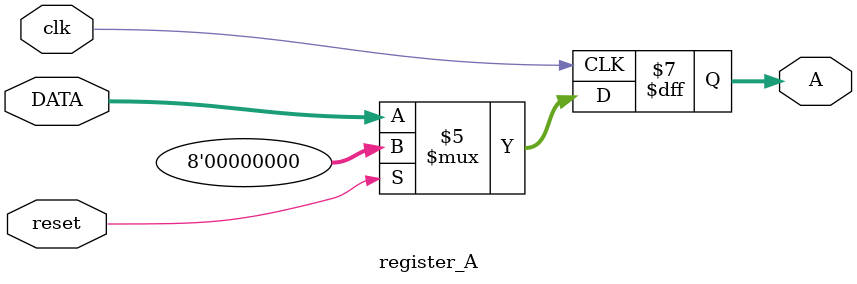
<source format=v>
 module register_A #(parameter W = 8) (
	clk,
	DATA, A,
	reset
);
 	input clk;
	input [W-1:0] DATA;
	output reg [W-1:0] A;
	input reset;

	initial
	begin
		A = {W{1'b0}};
	end

	always @(posedge clk)
	begin
		if (!reset)
			A <= DATA;
		else
			begin
				A <= {W{1'b0}};
			end
	end
endmodule

</source>
